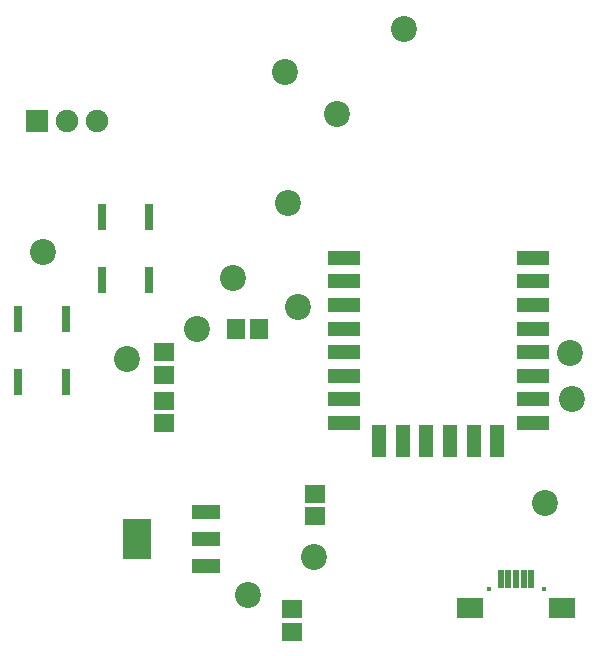
<source format=gbr>
G04 DipTrace 2.4.0.2*
%INBottomMask.gbr*%
%MOIN*%
%ADD38C,0.0157*%
%ADD41C,0.0866*%
%ADD43R,0.0866X0.0669*%
%ADD45R,0.0236X0.063*%
%ADD47R,0.0925X0.1358*%
%ADD49R,0.0925X0.0453*%
%ADD53R,0.0472X0.1063*%
%ADD55R,0.1063X0.0472*%
%ADD57R,0.0276X0.0866*%
%ADD59C,0.0748*%
%ADD61R,0.0748X0.0748*%
%ADD63R,0.0591X0.0669*%
%ADD65R,0.0669X0.0591*%
%FSLAX44Y44*%
G04*
G70*
G90*
G75*
G01*
%LNBotMask*%
%LPD*%
D41*
X22992Y12205D3*
X22953Y13740D3*
X13878Y15278D3*
X11693Y16260D3*
X8189Y13543D3*
X13543Y18740D3*
X15157Y21732D3*
X10512Y14567D3*
X13425Y23110D3*
X17402Y24567D3*
X14420Y6957D3*
X22102Y8767D3*
X12222Y5701D3*
X5386Y17122D3*
D65*
X14442Y8315D3*
Y9063D3*
X13665Y4469D3*
Y5217D3*
D61*
X5157Y21496D3*
D59*
X6157D3*
X7157D3*
D57*
X4553Y14901D3*
X6128D3*
Y12786D3*
X4553D3*
D63*
X12559Y14567D3*
X11811D3*
D65*
X9409Y11417D3*
Y12165D3*
Y13780D3*
Y13031D3*
D57*
X8898Y16181D3*
X7323D3*
Y18296D3*
X8898D3*
D55*
X21693Y16929D3*
Y16142D3*
Y15354D3*
Y14567D3*
Y13780D3*
Y12992D3*
Y12205D3*
Y11417D3*
D53*
X20512Y10827D3*
X19724D3*
X18937D3*
X18150D3*
X17362D3*
X16575D3*
D55*
X15394Y11417D3*
Y12205D3*
Y12992D3*
Y13780D3*
Y14567D3*
Y15354D3*
Y16142D3*
Y16929D3*
D49*
X10805Y8469D3*
Y7564D3*
Y6658D3*
D47*
X8521Y7564D3*
D45*
X21655Y6211D3*
X21399D3*
X21143D3*
X20887D3*
X20631D3*
D43*
X22679Y5247D3*
X19622D3*
D38*
X22063Y5896D3*
X20238D3*
M02*

</source>
